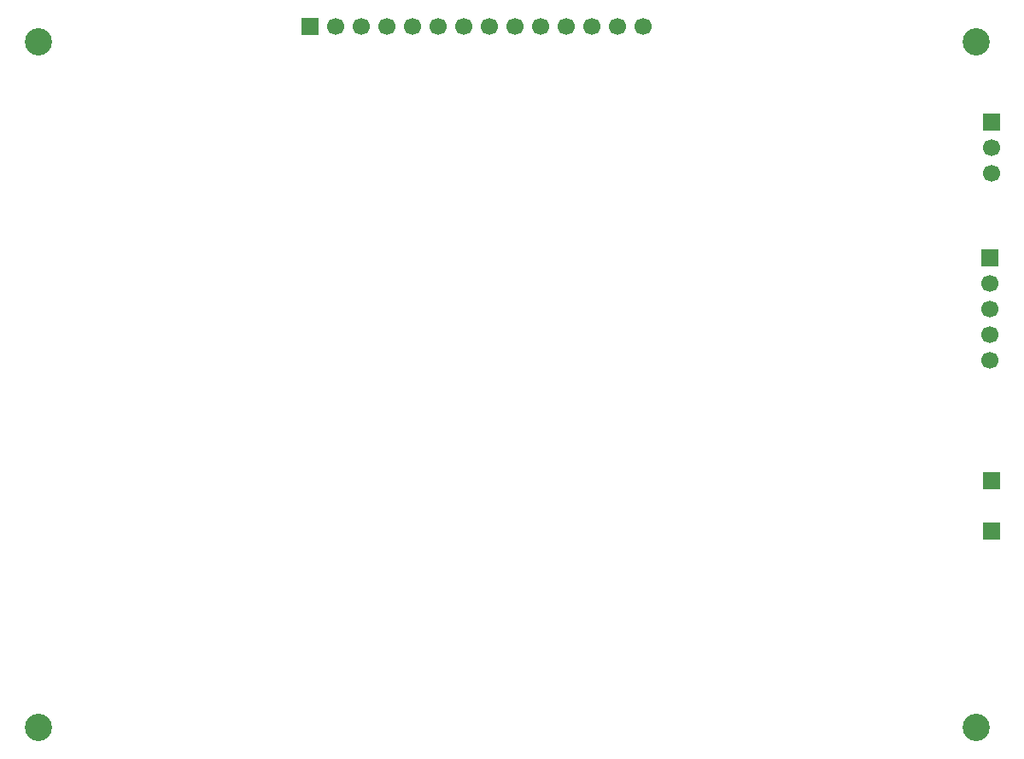
<source format=gbr>
%TF.GenerationSoftware,KiCad,Pcbnew,9.0.2*%
%TF.CreationDate,2025-07-03T12:00:23+02:00*%
%TF.ProjectId,gp-bbq20kbd-breakout-board,67702d62-6271-4323-906b-62642d627265,rev?*%
%TF.SameCoordinates,Original*%
%TF.FileFunction,Soldermask,Bot*%
%TF.FilePolarity,Negative*%
%FSLAX46Y46*%
G04 Gerber Fmt 4.6, Leading zero omitted, Abs format (unit mm)*
G04 Created by KiCad (PCBNEW 9.0.2) date 2025-07-03 12:00:23*
%MOMM*%
%LPD*%
G01*
G04 APERTURE LIST*
%ADD10C,2.700000*%
%ADD11R,1.700000X1.700000*%
%ADD12C,1.700000*%
G04 APERTURE END LIST*
D10*
%TO.C,H3*%
X93500000Y-121500000D03*
%TD*%
D11*
%TO.C,J5*%
X188000000Y-97000000D03*
%TD*%
D10*
%TO.C,H1*%
X186500000Y-53500000D03*
%TD*%
D11*
%TO.C,J3*%
X187900000Y-74920000D03*
D12*
X187900000Y-77460000D03*
X187900000Y-80000000D03*
X187900000Y-82540000D03*
X187900000Y-85080000D03*
%TD*%
D10*
%TO.C,H2*%
X93500000Y-53500000D03*
%TD*%
D11*
%TO.C,J1*%
X188000000Y-61460000D03*
D12*
X188000000Y-64000000D03*
X188000000Y-66540000D03*
%TD*%
D10*
%TO.C,H4*%
X186500000Y-121500000D03*
%TD*%
D11*
%TO.C,J2*%
X120490000Y-52000000D03*
D12*
X123030000Y-52000000D03*
X125570000Y-52000000D03*
X128110000Y-52000000D03*
X130650000Y-52000000D03*
X133190000Y-52000000D03*
X135730000Y-52000000D03*
X138270000Y-52000000D03*
X140810000Y-52000000D03*
X143350000Y-52000000D03*
X145890000Y-52000000D03*
X148430000Y-52000000D03*
X150970000Y-52000000D03*
X153510000Y-52000000D03*
%TD*%
D11*
%TO.C,J4*%
X188000000Y-102000000D03*
%TD*%
M02*

</source>
